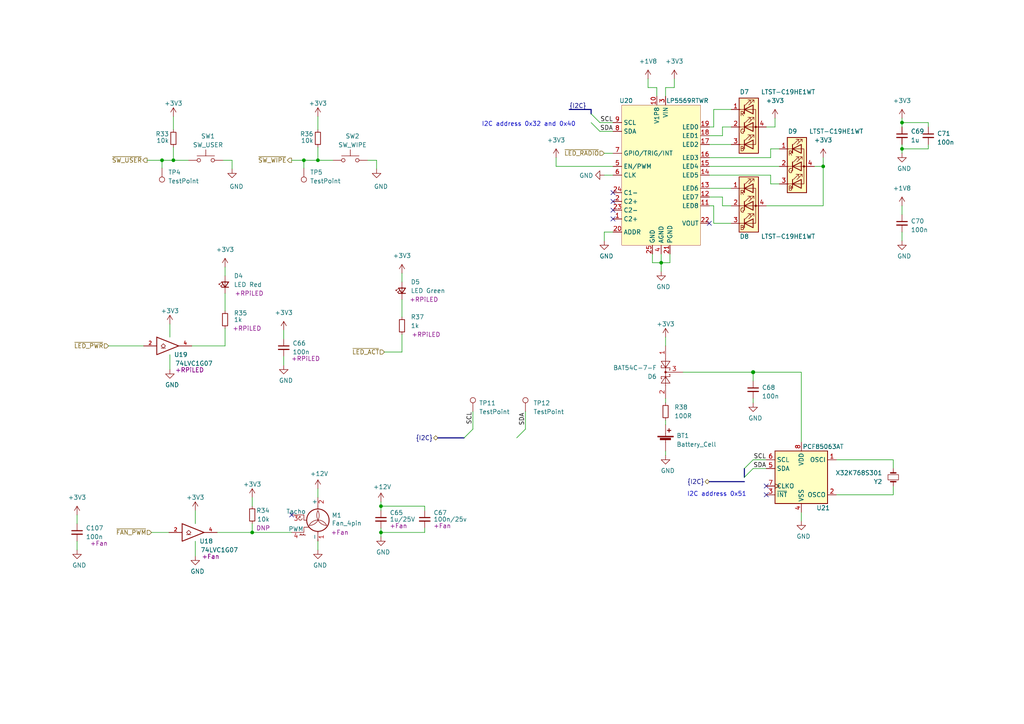
<source format=kicad_sch>
(kicad_sch (version 20210406) (generator eeschema)
  (paper "A4")
  (title_block (title "Control/RTC") (date "2021-01-12") (rev "0.1") (company "Nabu Casa") (comment 1 "www.nabucasa.com") (comment 2 "Light Blue"))
  (lib_symbols
    (symbol "74xGxx:74LVC1G07" (pin_names (offset 1.016))
      (property "Reference" "U" (at -2.54 3.81 0))
      (property "Value" "74LVC1G07" (at 0 -3.81 0))
      (symbol "74LVC1G07_0_1"
        (polyline (pts (xy -2.54 -0.635) (xy -1.27 -0.635)))
        (polyline (pts (xy -3.81 2.54) (xy -3.81 -2.54) (xy 2.54 0) (xy -3.81 2.54)) (stroke (width 0.254)))
        (polyline (pts (xy -1.905 0.635) (xy -2.54 0) (xy -1.905 -0.635) (xy -1.27 0) (xy -1.905 0.635)))
      )
      (symbol "74LVC1G07_1_1"
        (pin input line (at -7.62 0 0) (length 3.81) (name "~") (number "2"))
        (pin power_in line (at 0 -2.54 270) (length 0) hide (name "GND") (number "3"))
        (pin open_collector line (at 6.35 0 180) (length 3.81) (name "~") (number "4"))
        (pin power_in line (at 0 2.54 90) (length 0) hide (name "VCC") (number "5"))
      )
    )
    (symbol "Connector:TestPoint" (pin_numbers hide) (pin_names (offset 0.762) hide)
      (property "Reference" "TP" (at 0 6.858 0))
      (property "Value" "TestPoint" (at 0 5.08 0))
      (symbol "TestPoint_0_1"
        (circle (center 0 3.302) (radius 0.762))
      )
      (symbol "TestPoint_1_1"
        (pin passive line (at 0 0 90) (length 2.54) (name "1") (number "1"))
      )
    )
    (symbol "Device:Battery_Cell" (pin_numbers hide) (pin_names (offset 0) hide)
      (property "Reference" "BT" (at 2.54 2.54 0))
      (property "Value" "Battery_Cell" (at 2.54 0 0))
      (symbol "Battery_Cell_0_1"
        (rectangle (start -2.286 1.778) (end 2.286 1.524) (fill (type outline)))
        (rectangle (start -1.5748 1.1938) (end 1.4732 0.6858) (fill (type outline)))
        (polyline (pts (xy 0 0.762) (xy 0 0)))
        (polyline (pts (xy 0 1.778) (xy 0 2.54)))
        (polyline (pts (xy 0.508 3.429) (xy 1.524 3.429)) (stroke (width 0.254)))
        (polyline (pts (xy 1.016 3.937) (xy 1.016 2.921)) (stroke (width 0.254)))
      )
      (symbol "Battery_Cell_1_1"
        (pin passive line (at 0 5.08 270) (length 2.54) (name "+") (number "1"))
        (pin passive line (at 0 -2.54 90) (length 2.54) (name "-") (number "2"))
      )
    )
    (symbol "Device:C_Small" (pin_numbers hide) (pin_names (offset 0.254) hide)
      (property "Reference" "C" (at 0.254 1.778 0))
      (property "Value" "C_Small" (at 0.254 -2.032 0))
      (symbol "C_Small_0_1"
        (polyline (pts (xy -1.524 -0.508) (xy 1.524 -0.508)) (stroke (width 0.3302)))
        (polyline (pts (xy -1.524 0.508) (xy 1.524 0.508)) (stroke (width 0.3048)))
      )
      (symbol "C_Small_1_1"
        (pin passive line (at 0 2.54 270) (length 2.032) (name "~") (number "1"))
        (pin passive line (at 0 -2.54 90) (length 2.032) (name "~") (number "2"))
      )
    )
    (symbol "Device:Crystal_Small" (pin_numbers hide) (pin_names (offset 1.016) hide)
      (property "Reference" "Y" (at 0 2.54 0))
      (property "Value" "Crystal_Small" (at 0 -2.54 0))
      (symbol "Crystal_Small_0_1"
        (rectangle (start -0.762 -1.524) (end 0.762 1.524))
        (polyline (pts (xy -1.27 -0.762) (xy -1.27 0.762)) (stroke (width 0.381)))
        (polyline (pts (xy 1.27 -0.762) (xy 1.27 0.762)) (stroke (width 0.381)))
      )
      (symbol "Crystal_Small_1_1"
        (pin passive line (at -2.54 0 0) (length 1.27) (name "1") (number "1"))
        (pin passive line (at 2.54 0 180) (length 1.27) (name "2") (number "2"))
      )
    )
    (symbol "Device:LED_RGBA" (pin_names (offset 0) hide)
      (property "Reference" "D" (at 0 9.398 0))
      (property "Value" "LED_RGBA" (at 0 -8.89 0))
      (symbol "LED_RGBA_0_0"
        (text "B" (at -1.905 -6.35 0) (effects (font (size 1.27 1.27))))
        (text "G" (at -1.905 -1.27 0) (effects (font (size 1.27 1.27))))
        (text "R" (at -1.905 3.81 0) (effects (font (size 1.27 1.27))))
      )
      (symbol "LED_RGBA_0_1"
        (circle (center 2.032 0) (radius 0.254) (fill (type outline)))
        (rectangle (start 1.27 -1.27) (end 1.27 1.27))
        (rectangle (start 1.27 1.27) (end 1.27 1.27))
        (rectangle (start 1.27 3.81) (end 1.27 6.35))
        (rectangle (start 1.27 6.35) (end 1.27 6.35))
        (rectangle (start 2.794 8.382) (end -2.794 -7.62) (stroke (width 0.254)) (fill (type background)))
        (polyline (pts (xy -1.27 -5.08) (xy -2.54 -5.08)))
        (polyline (pts (xy -1.27 -5.08) (xy 1.27 -5.08)))
        (polyline (pts (xy -1.27 -3.81) (xy -1.27 -6.35)) (stroke (width 0.254)))
        (polyline (pts (xy -1.27 0) (xy -2.54 0)))
        (polyline (pts (xy -1.27 1.27) (xy -1.27 -1.27)) (stroke (width 0.254)))
        (polyline (pts (xy -1.27 5.08) (xy -2.54 5.08)))
        (polyline (pts (xy -1.27 5.08) (xy 1.27 5.08)))
        (polyline (pts (xy -1.27 6.35) (xy -1.27 3.81)) (stroke (width 0.254)))
        (polyline (pts (xy 1.27 0) (xy -1.27 0)))
        (polyline (pts (xy 1.27 0) (xy 2.54 0)))
        (polyline (pts (xy -1.27 1.27) (xy -1.27 -1.27) (xy -1.27 -1.27)))
        (polyline (pts (xy -1.27 6.35) (xy -1.27 3.81) (xy -1.27 3.81)))
        (polyline (pts (xy 1.27 -5.08) (xy 2.032 -5.08) (xy 2.032 5.08) (xy 1.27 5.08)))
        (polyline (pts (xy 1.27 -3.81) (xy 1.27 -6.35) (xy -1.27 -5.08) (xy 1.27 -3.81)) (stroke (width 0.254)))
        (polyline (pts (xy 1.27 1.27) (xy 1.27 -1.27) (xy -1.27 0) (xy 1.27 1.27)) (stroke (width 0.254)))
        (polyline (pts (xy 1.27 6.35) (xy 1.27 3.81) (xy -1.27 5.08) (xy 1.27 6.35)) (stroke (width 0.254)))
        (polyline (pts (xy -1.016 -3.81) (xy 0.508 -2.286) (xy -0.254 -2.286) (xy 0.508 -2.286) (xy 0.508 -3.048)))
        (polyline (pts (xy -1.016 1.27) (xy 0.508 2.794) (xy -0.254 2.794) (xy 0.508 2.794) (xy 0.508 2.032)))
        (polyline (pts (xy -1.016 6.35) (xy 0.508 7.874) (xy -0.254 7.874) (xy 0.508 7.874) (xy 0.508 7.112)))
        (polyline (pts (xy 0 -3.81) (xy 1.524 -2.286) (xy 0.762 -2.286) (xy 1.524 -2.286) (xy 1.524 -3.048)))
        (polyline (pts (xy 0 1.27) (xy 1.524 2.794) (xy 0.762 2.794) (xy 1.524 2.794) (xy 1.524 2.032)))
        (polyline (pts (xy 0 6.35) (xy 1.524 7.874) (xy 0.762 7.874) (xy 1.524 7.874) (xy 1.524 7.112)))
      )
      (symbol "LED_RGBA_1_1"
        (pin passive line (at -5.08 5.08 0) (length 2.54) (name "RK") (number "1"))
        (pin passive line (at -5.08 0 0) (length 2.54) (name "GK") (number "2"))
        (pin passive line (at -5.08 -5.08 0) (length 2.54) (name "BK") (number "3"))
        (pin passive line (at 5.08 0 180) (length 2.54) (name "A") (number "4"))
      )
    )
    (symbol "Device:LED_Small" (pin_numbers hide) (pin_names (offset 0.254) hide)
      (property "Reference" "D" (at -1.27 3.175 0))
      (property "Value" "LED_Small" (at -4.445 -2.54 0))
      (symbol "LED_Small_0_1"
        (polyline (pts (xy -0.762 -1.016) (xy -0.762 1.016)) (stroke (width 0.254)))
        (polyline (pts (xy 1.016 0) (xy -0.762 0)))
        (polyline (pts (xy 0.762 -1.016) (xy -0.762 0) (xy 0.762 1.016) (xy 0.762 -1.016)) (stroke (width 0.254)))
        (polyline (pts (xy 0 0.762) (xy -0.508 1.27) (xy -0.254 1.27) (xy -0.508 1.27) (xy -0.508 1.016)))
        (polyline (pts (xy 0.508 1.27) (xy 0 1.778) (xy 0.254 1.778) (xy 0 1.778) (xy 0 1.524)))
      )
      (symbol "LED_Small_1_1"
        (pin passive line (at -2.54 0 0) (length 1.778) (name "K") (number "1"))
        (pin passive line (at 2.54 0 180) (length 1.778) (name "A") (number "2"))
      )
    )
    (symbol "Device:R_Small" (pin_numbers hide) (pin_names (offset 0.254) hide)
      (property "Reference" "R" (at 0.762 0.508 0))
      (property "Value" "R_Small" (at 0.762 -1.016 0))
      (symbol "R_Small_0_1"
        (rectangle (start -0.762 1.778) (end 0.762 -1.778) (stroke (width 0.2032)))
      )
      (symbol "R_Small_1_1"
        (pin passive line (at 0 2.54 270) (length 0.762) (name "~") (number "1"))
        (pin passive line (at 0 -2.54 90) (length 0.762) (name "~") (number "2"))
      )
    )
    (symbol "Diode:BAT54C" (pin_names (offset 1.016))
      (property "Reference" "D" (at 0.635 -3.81 0))
      (property "Value" "BAT54C" (at -6.35 3.175 0))
      (symbol "BAT54C_0_1"
        (circle (center 0 0) (radius 0.254) (fill (type outline)))
        (polyline (pts (xy -1.905 0) (xy 1.905 0)))
        (polyline (pts (xy -1.905 1.27) (xy -1.905 1.016)))
        (polyline (pts (xy -1.27 -1.27) (xy -0.635 -1.27)))
        (polyline (pts (xy -1.27 0) (xy -3.81 0)))
        (polyline (pts (xy -1.27 1.27) (xy -1.905 1.27)))
        (polyline (pts (xy -1.27 1.27) (xy -1.27 -1.27)))
        (polyline (pts (xy -0.635 -1.27) (xy -0.635 -1.016)))
        (polyline (pts (xy 0.635 -1.27) (xy 0.635 -1.016)))
        (polyline (pts (xy 1.27 -1.27) (xy 0.635 -1.27)))
        (polyline (pts (xy 1.27 1.27) (xy 1.27 -1.27)))
        (polyline (pts (xy 1.27 1.27) (xy 1.905 1.27)))
        (polyline (pts (xy 1.905 1.27) (xy 1.905 1.016)))
        (polyline (pts (xy 3.81 0) (xy 1.27 0)))
        (polyline (pts (xy -3.175 -1.27) (xy -3.175 1.27) (xy -1.27 0) (xy -3.175 -1.27)))
        (polyline (pts (xy 3.175 -1.27) (xy 3.175 1.27) (xy 1.27 0) (xy 3.175 -1.27)))
      )
      (symbol "BAT54C_1_1"
        (pin passive line (at -7.62 0 0) (length 3.81) (name "~") (number "1"))
        (pin passive line (at 7.62 0 180) (length 3.81) (name "~") (number "2"))
        (pin passive line (at 0 -5.08 90) (length 5.08) (name "~") (number "3"))
      )
    )
    (symbol "LightBlue:LP5569"
      (property "Reference" "U" (at -10.16 21.59 0))
      (property "Value" "LP5569" (at 7.62 21.59 0))
      (symbol "LP5569_0_1"
        (rectangle (start -11.43 20.32) (end 11.43 -20.32) (stroke (width 0.0006)) (fill (type background)))
      )
      (symbol "LP5569_1_1"
        (pin input line (at -13.97 -12.7 0) (length 2.54) (name "C2+") (number "1"))
        (pin input line (at -1.27 22.86 270) (length 2.54) (name "V1P8") (number "10"))
        (pin output line (at 13.97 -8.89 180) (length 2.54) (name "LED8") (number "11"))
        (pin output line (at 13.97 -6.35 180) (length 2.54) (name "LED7") (number "12"))
        (pin output line (at 13.97 -3.81 180) (length 2.54) (name "LED6") (number "13"))
        (pin output line (at 13.97 0 180) (length 2.54) (name "LED5") (number "14"))
        (pin output line (at 13.97 2.54 180) (length 2.54) (name "LED4") (number "15"))
        (pin output line (at 13.97 5.08 180) (length 2.54) (name "LED3") (number "16"))
        (pin output line (at 13.97 8.89 180) (length 2.54) (name "LED2") (number "17"))
        (pin output line (at 13.97 11.43 180) (length 2.54) (name "LED1") (number "18"))
        (pin output line (at 13.97 13.97 180) (length 2.54) (name "LED0") (number "19"))
        (pin input line (at -13.97 -7.62 0) (length 2.54) (name "C2+") (number "2"))
        (pin input line (at -13.97 -16.51 0) (length 2.54) (name "ADDR") (number "20"))
        (pin input line (at 2.54 -22.86 90) (length 2.54) (name "PGND") (number "21"))
        (pin output line (at 13.97 -13.97 180) (length 2.54) (name "VOUT") (number "22"))
        (pin input line (at -13.97 -10.16 0) (length 2.54) (name "C2-") (number "23"))
        (pin input line (at -13.97 -5.08 0) (length 2.54) (name "C1-") (number "24"))
        (pin input line (at -2.54 -22.86 90) (length 2.54) (name "GND") (number "25"))
        (pin input line (at 1.27 22.86 270) (length 2.54) (name "VIN") (number "3"))
        (pin input line (at 0 -22.86 90) (length 2.54) (name "AGND") (number "4"))
        (pin input line (at -13.97 2.54 0) (length 2.54) (name "EN/PWM") (number "5"))
        (pin input line (at -13.97 0 0) (length 2.54) (name "CLK") (number "6"))
        (pin input line (at -13.97 6.35 0) (length 2.54) (name "GPIO/TRIG/INT") (number "7"))
        (pin bidirectional line (at -13.97 12.7 0) (length 2.54) (name "SDA") (number "8"))
        (pin input line (at -13.97 15.24 0) (length 2.54) (name "SCL") (number "9"))
      )
    )
    (symbol "Motor:Fan_4pin" (pin_names (offset 0))
      (property "Reference" "M" (at 2.54 5.08 0))
      (property "Value" "Fan_4pin" (at 2.54 -2.54 0))
      (symbol "Fan_4pin_0_0"
        (arc (start -5.588 1.524) (end -5.08 2.032) (radius (at -5.08 1.524) (length 0.508) (angles 180 90)))
        (arc (start -5.588 1.524) (end -4.572 1.524) (radius (at -5.08 1.524) (length 0.508) (angles -179.9 -0.1)))
        (polyline (pts (xy -5.08 2.032) (xy -5.334 2.159)))
        (polyline (pts (xy -5.08 2.032) (xy -5.207 1.778)))
        (polyline (pts (xy -4.064 2.54) (xy -4.064 1.016) (xy -3.302 1.016)))
      )
      (symbol "Fan_4pin_0_1"
        (arc (start 0 3.81) (end -2.54 -0.508) (radius (at -2.4892 2.3876) (length 2.8702) (angles 29.7 -91)))
        (arc (start -2.54 -0.508) (end 2.54 -0.508) (radius (at 0 -1.778) (length 2.8448) (angles 153.4 26.6)))
        (arc (start 2.54 -0.508) (end 0 3.81) (radius (at 2.6162 2.413) (length 2.921) (angles -91.5 151.9)))
        (circle (center 0 1.016) (radius 3.2512) (stroke (width 0.254)))
        (polyline (pts (xy -4.064 2.54) (xy -5.08 2.54)))
        (polyline (pts (xy 0 -5.08) (xy 0 -4.572)))
        (polyline (pts (xy 0 -2.2352) (xy 0 -2.6416)))
        (polyline (pts (xy 0 4.2672) (xy 0 4.6228)))
        (polyline (pts (xy 0 4.572) (xy 0 5.08)))
        (polyline (pts (xy -2.54 -1.016) (xy -4.064 -1.016) (xy -4.064 -2.54) (xy -5.08 -2.54)))
        (polyline (pts (xy -5.334 -3.302) (xy -5.08 -3.302) (xy -5.08 -3.048) (xy -4.826 -3.048) (xy -4.826 -3.302) (xy -4.318 -3.302) (xy -4.318 -3.048) (xy -4.064 -3.048) (xy -4.064 -3.302) (xy -3.556 -3.302)))
      )
      (symbol "Fan_4pin_1_1"
        (pin passive line (at 0 -5.08 90) (length 2.54) (name "-") (number "1"))
        (pin passive line (at 0 7.62 270) (length 2.54) (name "+") (number "2"))
        (pin passive line (at -7.62 2.54 0) (length 2.54) (name "Tacho") (number "3"))
        (pin input line (at -7.62 -2.54 0) (length 2.54) (name "PWM") (number "4"))
      )
    )
    (symbol "Switch:SW_Push" (pin_numbers hide) (pin_names (offset 1.016) hide)
      (property "Reference" "SW" (at 1.27 2.54 0))
      (property "Value" "SW_Push" (at 0 -1.524 0))
      (symbol "SW_Push_0_1"
        (circle (center -2.032 0) (radius 0.508))
        (circle (center 2.032 0) (radius 0.508))
        (polyline (pts (xy 0 1.27) (xy 0 3.048)))
        (polyline (pts (xy 2.54 1.27) (xy -2.54 1.27)))
        (pin passive line (at -5.08 0 0) (length 2.54) (name "1") (number "1"))
        (pin passive line (at 5.08 0 180) (length 2.54) (name "2") (number "2"))
      )
    )
    (symbol "Timer_RTC:PCF8563T"
      (property "Reference" "U" (at -7.62 8.89 0))
      (property "Value" "PCF8563T" (at 2.54 8.89 0))
      (symbol "PCF8563T_0_1"
        (rectangle (start -7.62 7.62) (end 7.62 -7.62) (stroke (width 0.254)) (fill (type background)))
      )
      (symbol "PCF8563T_1_1"
        (pin input line (at -10.16 5.08 0) (length 2.54) (name "OSCI") (number "1"))
        (pin output line (at -10.16 -5.08 0) (length 2.54) (name "OSCO") (number "2"))
        (pin output line (at 10.16 -5.08 180) (length 2.54) (name "~INT~") (number "3"))
        (pin power_in line (at 0 -10.16 90) (length 2.54) (name "VSS") (number "4"))
        (pin bidirectional line (at 10.16 2.54 180) (length 2.54) (name "SDA") (number "5"))
        (pin input line (at 10.16 5.08 180) (length 2.54) (name "SCL") (number "6"))
        (pin output clock (at 10.16 -2.54 180) (length 2.54) (name "CLKO") (number "7"))
        (pin power_in line (at 0 10.16 270) (length 2.54) (name "VDD") (number "8"))
      )
    )
    (symbol "power:+12V" (power) (pin_names (offset 0))
      (property "Value" "+12V" (at 0 3.556 0))
      (symbol "+12V_0_1"
        (polyline (pts (xy -0.762 1.27) (xy 0 2.54)))
        (polyline (pts (xy 0 0) (xy 0 2.54)))
        (polyline (pts (xy 0 2.54) (xy 0.762 1.27)))
      )
      (symbol "+12V_1_1"
        (pin power_in line (at 0 0 90) (length 0) hide (name "+12V") (number "1"))
      )
    )
    (symbol "power:+1V8" (power) (pin_names (offset 0))
      (property "Value" "+1V8" (at 0 3.556 0))
      (symbol "+1V8_0_1"
        (polyline (pts (xy -0.762 1.27) (xy 0 2.54)))
        (polyline (pts (xy 0 0) (xy 0 2.54)))
        (polyline (pts (xy 0 2.54) (xy 0.762 1.27)))
      )
      (symbol "+1V8_1_1"
        (pin power_in line (at 0 0 90) (length 0) hide (name "+1V8") (number "1"))
      )
    )
    (symbol "power:+3V3" (power) (pin_names (offset 0))
      (property "Value" "+3V3" (at 0 3.556 0))
      (symbol "+3V3_0_1"
        (polyline (pts (xy -0.762 1.27) (xy 0 2.54)))
        (polyline (pts (xy 0 0) (xy 0 2.54)))
        (polyline (pts (xy 0 2.54) (xy 0.762 1.27)))
      )
      (symbol "+3V3_1_1"
        (pin power_in line (at 0 0 90) (length 0) hide (name "+3V3") (number "1"))
      )
    )
    (symbol "power:GND" (power) (pin_names (offset 0))
      (property "Value" "GND" (at 0 -3.81 0))
      (symbol "GND_0_1"
        (polyline (pts (xy 0 0) (xy 0 -1.27) (xy 1.27 -1.27) (xy 0 -2.54) (xy -1.27 -1.27) (xy 0 -1.27)))
      )
      (symbol "GND_1_1"
        (pin power_in line (at 0 0 270) (length 0) hide (name "GND") (number "1"))
      )
    )
  )
  (junction (at 46.99 46.482) (diameter 0.9144))
  (junction (at 50.292 46.482) (diameter 0.9144))
  (junction (at 73.152 154.432) (diameter 0.9144))
  (junction (at 88.138 46.482) (diameter 0.9144))
  (junction (at 92.202 46.482) (diameter 0.9144))
  (junction (at 110.49 146.812) (diameter 0.9144))
  (junction (at 110.49 154.432) (diameter 0.9144))
  (junction (at 191.77 76.2) (diameter 0.9144))
  (junction (at 218.44 107.95) (diameter 1.016))
  (junction (at 238.76 48.26) (diameter 0.9144))
  (junction (at 261.62 35.56) (diameter 0.9144))
  (junction (at 261.62 43.18) (diameter 0.9144))
  (no_connect (at 84.582 149.352))
  (no_connect (at 177.8 55.88))
  (no_connect (at 177.8 58.42))
  (no_connect (at 177.8 60.96))
  (no_connect (at 177.8 63.5))
  (no_connect (at 205.74 64.77))
  (no_connect (at 222.25 140.97))
  (no_connect (at 222.25 143.51))
  (bus_entry (at 134.62 127) (size 2.54 -2.54) (stroke (width 0.1524)))
  (bus_entry (at 149.86 127) (size 2.54 -2.54) (stroke (width 0.1524)))
  (bus_entry (at 171.45 33.02) (size 2.54 2.54) (stroke (width 0.1524)))
  (bus_entry (at 171.45 35.56) (size 2.54 2.54) (stroke (width 0.1524)))
  (bus_entry (at 215.9 135.89) (size 2.54 -2.54) (stroke (width 0.1524)))
  (bus_entry (at 215.9 138.43) (size 2.54 -2.54) (stroke (width 0.1524)))
  (wire (pts (xy 22.352 149.352) (xy 22.352 151.892)))
  (wire (pts (xy 22.352 156.972) (xy 22.352 159.512)))
  (wire (pts (xy 31.496 100.33) (xy 41.656 100.33)))
  (wire (pts (xy 42.672 46.482) (xy 46.99 46.482)))
  (wire (pts (xy 43.942 154.432) (xy 49.022 154.432)))
  (wire (pts (xy 46.99 46.482) (xy 46.99 48.768)))
  (wire (pts (xy 46.99 46.482) (xy 50.292 46.482)))
  (wire (pts (xy 49.276 93.98) (xy 49.276 97.79)))
  (wire (pts (xy 49.276 102.87) (xy 49.276 107.188)))
  (wire (pts (xy 50.292 37.592) (xy 50.292 33.782)))
  (wire (pts (xy 50.292 42.672) (xy 50.292 46.482)))
  (wire (pts (xy 50.292 46.482) (xy 54.61 46.482)))
  (wire (pts (xy 55.626 100.33) (xy 65.278 100.33)))
  (wire (pts (xy 56.642 148.082) (xy 56.642 151.892)))
  (wire (pts (xy 56.642 156.972) (xy 56.642 161.29)))
  (wire (pts (xy 62.992 154.432) (xy 73.152 154.432)))
  (wire (pts (xy 64.77 46.482) (xy 67.31 46.482)))
  (wire (pts (xy 65.278 77.47) (xy 65.278 80.01)))
  (wire (pts (xy 65.278 85.09) (xy 65.278 90.17)))
  (wire (pts (xy 65.278 100.33) (xy 65.278 95.25)))
  (wire (pts (xy 67.31 46.482) (xy 67.31 49.022)))
  (wire (pts (xy 73.152 146.812) (xy 73.152 144.272)))
  (wire (pts (xy 73.152 151.892) (xy 73.152 154.432)))
  (wire (pts (xy 73.152 154.432) (xy 84.582 154.432)))
  (wire (pts (xy 82.296 95.758) (xy 82.296 98.298)))
  (wire (pts (xy 82.296 103.378) (xy 82.296 105.918)))
  (wire (pts (xy 84.582 46.482) (xy 88.138 46.482)))
  (wire (pts (xy 88.138 46.482) (xy 88.138 48.768)))
  (wire (pts (xy 88.138 46.482) (xy 92.202 46.482)))
  (wire (pts (xy 92.202 37.592) (xy 92.202 33.782)))
  (wire (pts (xy 92.202 42.672) (xy 92.202 46.482)))
  (wire (pts (xy 92.202 46.482) (xy 96.52 46.482)))
  (wire (pts (xy 92.202 141.732) (xy 92.202 144.272)))
  (wire (pts (xy 92.202 156.972) (xy 92.202 159.512)))
  (wire (pts (xy 106.68 46.482) (xy 109.22 46.482)))
  (wire (pts (xy 109.22 46.482) (xy 109.22 49.022)))
  (wire (pts (xy 110.49 145.542) (xy 110.49 146.812)))
  (wire (pts (xy 110.49 146.812) (xy 110.49 148.082)))
  (wire (pts (xy 110.49 146.812) (xy 123.19 146.812)))
  (wire (pts (xy 110.49 153.162) (xy 110.49 154.432)))
  (wire (pts (xy 110.49 154.432) (xy 110.49 155.702)))
  (wire (pts (xy 110.49 154.432) (xy 123.19 154.432)))
  (wire (pts (xy 111.506 102.108) (xy 116.586 102.108)))
  (wire (pts (xy 116.586 79.248) (xy 116.586 81.788)))
  (wire (pts (xy 116.586 86.868) (xy 116.586 91.948)))
  (wire (pts (xy 116.586 97.028) (xy 116.586 102.108)))
  (wire (pts (xy 123.19 148.082) (xy 123.19 146.812)))
  (wire (pts (xy 123.19 153.162) (xy 123.19 154.432)))
  (wire (pts (xy 137.16 119.38) (xy 137.16 124.46)))
  (wire (pts (xy 152.4 119.38) (xy 152.4 124.46)))
  (wire (pts (xy 161.29 45.72) (xy 161.29 48.26)))
  (wire (pts (xy 161.29 48.26) (xy 177.8 48.26)))
  (wire (pts (xy 175.26 44.45) (xy 177.8 44.45)))
  (wire (pts (xy 175.26 50.8) (xy 177.8 50.8)))
  (wire (pts (xy 175.26 67.31) (xy 177.8 67.31)))
  (wire (pts (xy 175.26 69.85) (xy 175.26 67.31)))
  (wire (pts (xy 177.8 35.56) (xy 173.99 35.56)))
  (wire (pts (xy 177.8 38.1) (xy 173.99 38.1)))
  (wire (pts (xy 187.96 22.86) (xy 187.96 25.4)))
  (wire (pts (xy 187.96 25.4) (xy 190.5 25.4)))
  (wire (pts (xy 189.23 73.66) (xy 189.23 76.2)))
  (wire (pts (xy 189.23 76.2) (xy 191.77 76.2)))
  (wire (pts (xy 190.5 25.4) (xy 190.5 27.94)))
  (wire (pts (xy 191.77 73.66) (xy 191.77 76.2)))
  (wire (pts (xy 191.77 76.2) (xy 191.77 78.74)))
  (wire (pts (xy 191.77 76.2) (xy 194.31 76.2)))
  (wire (pts (xy 193.04 25.4) (xy 193.04 27.94)))
  (wire (pts (xy 193.04 97.79) (xy 193.04 100.33)))
  (wire (pts (xy 193.04 115.57) (xy 193.04 116.84)))
  (wire (pts (xy 193.04 121.92) (xy 193.04 123.19)))
  (wire (pts (xy 193.04 130.81) (xy 193.04 132.08)))
  (wire (pts (xy 194.31 76.2) (xy 194.31 73.66)))
  (wire (pts (xy 195.58 22.86) (xy 195.58 25.4)))
  (wire (pts (xy 195.58 25.4) (xy 193.04 25.4)))
  (wire (pts (xy 198.12 107.95) (xy 218.44 107.95)))
  (wire (pts (xy 205.74 36.83) (xy 207.01 36.83)))
  (wire (pts (xy 205.74 39.37) (xy 209.55 39.37)))
  (wire (pts (xy 205.74 41.91) (xy 212.09 41.91)))
  (wire (pts (xy 205.74 45.72) (xy 223.52 45.72)))
  (wire (pts (xy 205.74 48.26) (xy 226.06 48.26)))
  (wire (pts (xy 205.74 50.8) (xy 223.52 50.8)))
  (wire (pts (xy 205.74 54.61) (xy 212.09 54.61)))
  (wire (pts (xy 205.74 57.15) (xy 209.55 57.15)))
  (wire (pts (xy 205.74 59.69) (xy 207.01 59.69)))
  (wire (pts (xy 207.01 31.75) (xy 212.09 31.75)))
  (wire (pts (xy 207.01 36.83) (xy 207.01 31.75)))
  (wire (pts (xy 207.01 59.69) (xy 207.01 64.77)))
  (wire (pts (xy 207.01 64.77) (xy 212.09 64.77)))
  (wire (pts (xy 209.55 36.83) (xy 212.09 36.83)))
  (wire (pts (xy 209.55 39.37) (xy 209.55 36.83)))
  (wire (pts (xy 209.55 57.15) (xy 209.55 59.69)))
  (wire (pts (xy 209.55 59.69) (xy 212.09 59.69)))
  (wire (pts (xy 218.44 107.95) (xy 218.44 110.49)))
  (wire (pts (xy 218.44 107.95) (xy 232.41 107.95)))
  (wire (pts (xy 218.44 115.57) (xy 218.44 116.84)))
  (wire (pts (xy 222.25 36.83) (xy 224.79 36.83)))
  (wire (pts (xy 222.25 59.69) (xy 238.76 59.69)))
  (wire (pts (xy 222.25 133.35) (xy 218.44 133.35)))
  (wire (pts (xy 222.25 135.89) (xy 218.44 135.89)))
  (wire (pts (xy 223.52 43.18) (xy 226.06 43.18)))
  (wire (pts (xy 223.52 45.72) (xy 223.52 43.18)))
  (wire (pts (xy 223.52 50.8) (xy 223.52 53.34)))
  (wire (pts (xy 223.52 53.34) (xy 226.06 53.34)))
  (wire (pts (xy 224.79 34.29) (xy 224.79 36.83)))
  (wire (pts (xy 232.41 107.95) (xy 232.41 128.27)))
  (wire (pts (xy 232.41 148.59) (xy 232.41 151.13)))
  (wire (pts (xy 236.22 48.26) (xy 238.76 48.26)))
  (wire (pts (xy 238.76 48.26) (xy 238.76 45.72)))
  (wire (pts (xy 238.76 59.69) (xy 238.76 48.26)))
  (wire (pts (xy 242.57 133.35) (xy 259.08 133.35)))
  (wire (pts (xy 242.57 143.51) (xy 259.08 143.51)))
  (wire (pts (xy 259.08 135.89) (xy 259.08 133.35)))
  (wire (pts (xy 259.08 140.97) (xy 259.08 143.51)))
  (wire (pts (xy 261.62 34.29) (xy 261.62 35.56)))
  (wire (pts (xy 261.62 35.56) (xy 261.62 36.83)))
  (wire (pts (xy 261.62 41.91) (xy 261.62 43.18)))
  (wire (pts (xy 261.62 43.18) (xy 261.62 44.45)))
  (wire (pts (xy 261.62 43.18) (xy 269.24 43.18)))
  (wire (pts (xy 261.62 59.69) (xy 261.62 62.23)))
  (wire (pts (xy 261.62 67.31) (xy 261.62 69.85)))
  (wire (pts (xy 269.24 35.56) (xy 261.62 35.56)))
  (wire (pts (xy 269.24 36.83) (xy 269.24 35.56)))
  (wire (pts (xy 269.24 41.91) (xy 269.24 43.18)))
  (bus (pts (xy 127 127) (xy 149.86 127)))
  (bus (pts (xy 165.1 31.75) (xy 171.45 31.75)))
  (bus (pts (xy 171.45 31.75) (xy 171.45 35.56)))
  (bus (pts (xy 215.9 135.89) (xy 215.9 139.7)))
  (bus (pts (xy 215.9 139.7) (xy 205.74 139.7)))
  (text "I2C address 0x32 and 0x40" (at 139.7 36.83 0) (effects (font (size 1.27 1.27)) (justify left bottom)))
  (text "I2C address 0x51" (at 216.535 144.145 180) (effects (font (size 1.27 1.27)) (justify right bottom)))
  (label "SCL" (at 137.16 119.38 270))
  (label "SDA" (at 152.4 119.634 270))
  (label "{I2C}" (at 165.1 31.75 0))
  (label "SCL" (at 177.8 35.56 180))
  (label "SDA" (at 177.8 38.1 180))
  (label "SCL" (at 222.25 133.35 180))
  (label "SDA" (at 222.25 135.89 180))
  (hierarchical_label "~LED_PWR" (shape input) (at 31.496 100.33 180))
  (hierarchical_label "~SW_USER" (shape output) (at 42.672 46.482 180))
  (hierarchical_label "~FAN_PWM" (shape input) (at 43.942 154.432 180))
  (hierarchical_label "~SW_WIPE" (shape output) (at 84.582 46.482 180))
  (hierarchical_label "~LED_ACT" (shape input) (at 111.506 102.108 180))
  (hierarchical_label "{I2C}" (shape bidirectional) (at 127 127 180))
  (hierarchical_label "~LED_RADIO" (shape input) (at 175.26 44.45 180))
  (hierarchical_label "{I2C}" (shape bidirectional) (at 205.74 139.7 180))
  (symbol (lib_id "power:+3V3") (at 22.352 149.352 0) (unit 1)
    (property "Reference" "#PWR027" (effects hide))
    (property "Value" "+3V3" (at 22.352 144.272 0))
  )
  (symbol (lib_id "power:+3V3") (at 49.276 93.98 0) (unit 1)
    (property "Reference" "#PWR0117" (effects hide))
    (property "Value" "+3V3" (at 49.276 90.17 0))
  )
  (symbol (lib_id "power:+3V3") (at 50.292 33.782 0) (unit 1)
    (property "Reference" "#PWR0114" (effects hide))
    (property "Value" "+3V3" (at 50.292 29.972 0))
  )
  (symbol (lib_id "power:+3V3") (at 56.642 148.082 0) (unit 1)
    (property "Reference" "#PWR0115" (effects hide))
    (property "Value" "+3V3" (at 56.642 144.272 0))
  )
  (symbol (lib_id "power:+3V3") (at 65.278 77.47 0) (unit 1)
    (property "Reference" "#PWR0121" (effects hide))
    (property "Value" "+3V3" (at 65.278 72.39 0))
  )
  (symbol (lib_id "power:+3V3") (at 73.152 144.272 0) (unit 1)
    (property "Reference" "#PWR0120" (effects hide))
    (property "Value" "+3V3" (at 73.152 140.462 0))
  )
  (symbol (lib_id "power:+3V3") (at 82.296 95.758 0) (unit 1)
    (property "Reference" "#PWR0129" (effects hide))
    (property "Value" "+3V3" (at 82.296 90.678 0))
  )
  (symbol (lib_id "power:+3V3") (at 92.202 33.782 0) (unit 1)
    (property "Reference" "#PWR0122" (effects hide))
    (property "Value" "+3V3" (at 92.202 29.972 0))
  )
  (symbol (lib_id "power:+12V") (at 92.202 141.732 0) (unit 1)
    (property "Reference" "#PWR0123" (effects hide))
    (property "Value" "+12V" (at 92.5703 137.4076 0))
  )
  (symbol (lib_id "power:+12V") (at 110.49 145.542 0) (unit 1)
    (property "Reference" "#PWR0126" (effects hide))
    (property "Value" "+12V" (at 110.8583 141.2176 0))
  )
  (symbol (lib_id "power:+3V3") (at 116.586 79.248 0) (unit 1)
    (property "Reference" "#PWR0128" (effects hide))
    (property "Value" "+3V3" (at 116.586 74.168 0))
  )
  (symbol (lib_id "power:+3V3") (at 161.29 45.72 0) (unit 1)
    (property "Reference" "#PWR0131" (effects hide))
    (property "Value" "+3V3" (at 161.29 40.64 0))
  )
  (symbol (lib_id "power:+1V8") (at 187.96 22.86 0) (unit 1)
    (property "Reference" "#PWR0134" (effects hide))
    (property "Value" "+1V8" (at 187.96 17.78 0))
  )
  (symbol (lib_id "power:+3V3") (at 193.04 97.79 0) (unit 1)
    (property "Reference" "#PWR0136" (effects hide))
    (property "Value" "+3V3" (at 193.04 93.98 0))
  )
  (symbol (lib_id "power:+3V3") (at 195.58 22.86 0) (unit 1)
    (property "Reference" "#PWR0138" (effects hide))
    (property "Value" "+3V3" (at 195.58 17.78 0))
  )
  (symbol (lib_id "power:+3V3") (at 224.79 34.29 0) (unit 1)
    (property "Reference" "#PWR0140" (effects hide))
    (property "Value" "+3V3" (at 224.79 29.21 0))
  )
  (symbol (lib_id "power:+3V3") (at 238.76 45.72 0) (unit 1)
    (property "Reference" "#PWR0142" (effects hide))
    (property "Value" "+3V3" (at 238.76 40.64 0))
  )
  (symbol (lib_id "power:+3V3") (at 261.62 34.29 0) (unit 1)
    (property "Reference" "#PWR0143" (effects hide))
    (property "Value" "+3V3" (at 261.62 29.21 0))
  )
  (symbol (lib_id "power:+1V8") (at 261.62 59.69 0) (unit 1)
    (property "Reference" "#PWR0145" (effects hide))
    (property "Value" "+1V8" (at 261.62 54.61 0))
  )
  (symbol (lib_id "Connector:TestPoint") (at 46.99 48.768 180) (unit 1)
    (property "Reference" "TP4" (at 48.768 49.9744 0) (effects (justify right)))
    (property "Value" "TestPoint" (at 48.768 52.5144 0) (effects (justify right)))
    (property "Footprint" "TestPoint:TestPoint_Pad_D1.0mm" (effects hide))
  )
  (symbol (lib_id "Connector:TestPoint") (at 88.138 48.768 180) (unit 1)
    (property "Reference" "TP5" (at 89.916 49.9744 0) (effects (justify right)))
    (property "Value" "TestPoint" (at 89.916 52.5144 0) (effects (justify right)))
    (property "Footprint" "TestPoint:TestPoint_Pad_D1.0mm" (effects hide))
  )
  (symbol (lib_id "Connector:TestPoint") (at 137.16 119.38 0) (unit 1)
    (property "Reference" "TP11" (at 138.938 116.9034 0) (effects (justify left)))
    (property "Value" "TestPoint" (at 138.938 119.4434 0) (effects (justify left)))
    (property "Footprint" "TestPoint:TestPoint_Pad_D1.0mm" (effects hide))
  )
  (symbol (lib_id "Connector:TestPoint") (at 152.4 119.38 0) (unit 1)
    (property "Reference" "TP12" (at 154.686 116.9034 0) (effects (justify left)))
    (property "Value" "TestPoint" (at 154.686 119.4434 0) (effects (justify left)))
    (property "Footprint" "TestPoint:TestPoint_Pad_D1.0mm" (effects hide))
  )
  (symbol (lib_id "power:GND") (at 22.352 159.512 0) (unit 1)
    (property "Reference" "#PWR0196" (effects hide))
    (property "Value" "GND" (at 22.987 163.957 0))
  )
  (symbol (lib_id "power:GND") (at 49.276 107.188 0) (unit 1)
    (property "Reference" "#PWR0118" (effects hide))
    (property "Value" "GND" (at 49.911 111.633 0))
  )
  (symbol (lib_id "power:GND") (at 56.642 161.29 0) (unit 1)
    (property "Reference" "#PWR0116" (effects hide))
    (property "Value" "GND" (at 57.277 165.735 0))
  )
  (symbol (lib_id "power:GND") (at 67.31 49.022 0) (unit 1)
    (property "Reference" "#PWR0119" (effects hide))
    (property "Value" "GND" (at 68.58 54.102 0))
  )
  (symbol (lib_id "power:GND") (at 82.296 105.918 0) (unit 1)
    (property "Reference" "#PWR0130" (effects hide))
    (property "Value" "GND" (at 82.931 110.363 0))
  )
  (symbol (lib_id "power:GND") (at 92.202 159.512 0) (unit 1)
    (property "Reference" "#PWR0124" (effects hide))
    (property "Value" "GND" (at 92.837 163.957 0))
  )
  (symbol (lib_id "power:GND") (at 109.22 49.022 0) (unit 1)
    (property "Reference" "#PWR0125" (effects hide))
    (property "Value" "GND" (at 110.49 54.102 0))
  )
  (symbol (lib_id "power:GND") (at 110.49 155.702 0) (unit 1)
    (property "Reference" "#PWR0127" (effects hide))
    (property "Value" "GND" (at 111.125 160.147 0))
  )
  (symbol (lib_id "power:GND") (at 175.26 50.8 270) (unit 1)
    (property "Reference" "#PWR0132" (effects hide))
    (property "Value" "GND" (at 172.085 50.9143 90) (effects (justify right)))
  )
  (symbol (lib_id "power:GND") (at 175.26 69.85 0) (unit 1)
    (property "Reference" "#PWR0133" (effects hide))
    (property "Value" "GND" (at 175.895 74.295 0))
  )
  (symbol (lib_id "power:GND") (at 191.77 78.74 0) (unit 1)
    (property "Reference" "#PWR0135" (effects hide))
    (property "Value" "GND" (at 192.405 83.185 0))
  )
  (symbol (lib_id "power:GND") (at 193.04 132.08 0) (unit 1)
    (property "Reference" "#PWR0137" (effects hide))
    (property "Value" "GND" (at 193.675 136.525 0))
  )
  (symbol (lib_id "power:GND") (at 218.44 116.84 0) (unit 1)
    (property "Reference" "#PWR0139" (effects hide))
    (property "Value" "GND" (at 219.075 121.285 0))
  )
  (symbol (lib_id "power:GND") (at 232.41 151.13 0) (unit 1)
    (property "Reference" "#PWR0141" (effects hide))
    (property "Value" "GND" (at 233.045 155.575 0))
  )
  (symbol (lib_id "power:GND") (at 261.62 44.45 0) (unit 1)
    (property "Reference" "#PWR0144" (effects hide))
    (property "Value" "GND" (at 262.255 48.895 0))
  )
  (symbol (lib_id "power:GND") (at 261.62 69.85 0) (unit 1)
    (property "Reference" "#PWR0146" (effects hide))
    (property "Value" "GND" (at 262.255 74.295 0))
  )
  (symbol (lib_id "Device:R_Small") (at 50.292 40.132 180) (unit 1)
    (property "Reference" "R33" (at 49.022 38.862 0) (effects (justify left)))
    (property "Value" "10k" (at 49.022 40.767 0) (effects (justify left)))
    (property "Footprint" "Resistor_SMD:R_0402_1005Metric" (effects hide))
  )
  (symbol (lib_id "Device:R_Small") (at 65.278 92.71 0) (unit 1)
    (property "Reference" "R35" (at 67.818 90.805 0) (effects (justify left)))
    (property "Value" "1k" (at 67.818 92.71 0) (effects (justify left)))
    (property "Footprint" "Resistor_SMD:R_0402_1005Metric" (effects hide))
    (property "Config" "+RPiLED" (at 71.628 95.25 0))
  )
  (symbol (lib_id "Device:R_Small") (at 73.152 149.352 180) (unit 1)
    (property "Reference" "R34" (at 78.232 148.082 0) (effects (justify left)))
    (property "Value" "10k" (at 78.232 150.622 0) (effects (justify left)))
    (property "Footprint" "Resistor_SMD:R_0402_1005Metric" (effects hide))
    (property "Config" "DNP" (at 76.327 153.162 0))
  )
  (symbol (lib_id "Device:R_Small") (at 92.202 40.132 180) (unit 1)
    (property "Reference" "R36" (at 90.932 38.862 0) (effects (justify left)))
    (property "Value" "10k" (at 90.932 40.767 0) (effects (justify left)))
    (property "Footprint" "Resistor_SMD:R_0402_1005Metric" (effects hide))
  )
  (symbol (lib_id "Device:R_Small") (at 116.586 94.488 0) (unit 1)
    (property "Reference" "R37" (at 119.126 91.948 0) (effects (justify left)))
    (property "Value" "1k" (at 119.126 94.488 0) (effects (justify left)))
    (property "Footprint" "Resistor_SMD:R_0402_1005Metric" (effects hide))
    (property "Config" "+RPiLED" (at 123.571 97.028 0))
  )
  (symbol (lib_id "Device:R_Small") (at 193.04 119.38 0) (unit 1)
    (property "Reference" "R38" (at 195.58 118.11 0) (effects (justify left)))
    (property "Value" "100R" (at 195.58 120.65 0) (effects (justify left)))
    (property "Footprint" "Resistor_SMD:R_0402_1005Metric" (effects hide))
  )
  (symbol (lib_id "Device:LED_Small") (at 65.278 82.55 90) (unit 1)
    (property "Reference" "D4" (at 67.818 80.01 90) (effects (justify right)))
    (property "Value" "LED Red" (at 67.818 82.55 90) (effects (justify right)))
    (property "Footprint" "LED_SMD:LED_0603_1608Metric" (effects hide))
    (property "Manufacturer" "Lite-On" (effects hide))
    (property "PartNumber" "LTST-C194KRKT" (effects hide))
    (property "Config" "+RPiLED" (at 72.263 85.09 90))
  )
  (symbol (lib_id "Device:LED_Small") (at 116.586 84.328 90) (unit 1)
    (property "Reference" "D5" (at 119.126 81.788 90) (effects (justify right)))
    (property "Value" "LED Green" (at 119.126 84.328 90) (effects (justify right)))
    (property "Footprint" "LED_SMD:LED_0603_1608Metric" (effects hide))
    (property "Manufacturer" "Lite-On" (effects hide))
    (property "PartNumber" "LTST-C194TGKT" (effects hide))
    (property "Config" "+RPiLED" (at 122.936 86.868 90))
  )
  (symbol (lib_id "Device:Crystal_Small") (at 259.08 138.43 270) (unit 1)
    (property "Reference" "Y2" (at 255.905 139.7 90) (effects (justify right)))
    (property "Value" "X32K768S301" (at 255.905 137.16 90) (effects (justify right)))
    (property "Footprint" "Crystal:Crystal_SMD_3215-2Pin_3.2x1.5mm" (effects hide))
    (property "Manufacturer" "Epson" (effects hide))
    (property "PartNumber" "FC-135 32.7680KA-A3" (effects hide))
  )
  (symbol (lib_id "Device:C_Small") (at 22.352 154.432 0) (unit 1)
    (property "Reference" "C107" (at 24.892 153.162 0) (effects (justify left)))
    (property "Value" "100n" (at 24.892 155.702 0) (effects (justify left)))
    (property "Footprint" "Capacitor_SMD:C_0402_1005Metric" (effects hide))
    (property "Config" "+Fan" (at 28.702 157.607 0))
  )
  (symbol (lib_id "Device:C_Small") (at 82.296 100.838 0) (unit 1)
    (property "Reference" "C66" (at 84.836 99.568 0) (effects (justify left)))
    (property "Value" "100n" (at 84.836 102.108 0) (effects (justify left)))
    (property "Footprint" "Capacitor_SMD:C_0402_1005Metric" (effects hide))
    (property "Config" "+RPiLED" (at 88.646 104.013 0))
  )
  (symbol (lib_id "Device:C_Small") (at 110.49 150.622 0) (unit 1)
    (property "Reference" "C65" (at 113.03 148.717 0) (effects (justify left)))
    (property "Value" "1u/25V" (at 113.03 150.622 0) (effects (justify left)))
    (property "Footprint" "Capacitor_SMD:C_0402_1005Metric" (effects hide))
    (property "Config" "+Fan" (at 115.57 152.527 0))
  )
  (symbol (lib_id "Device:C_Small") (at 123.19 150.622 0) (unit 1)
    (property "Reference" "C67" (at 125.73 148.717 0) (effects (justify left)))
    (property "Value" "100n/25v" (at 125.73 150.622 0) (effects (justify left)))
    (property "Footprint" "Capacitor_SMD:C_0402_1005Metric" (effects hide))
    (property "Config" "+Fan" (at 128.27 152.527 0))
  )
  (symbol (lib_id "Device:C_Small") (at 218.44 113.03 0) (unit 1)
    (property "Reference" "C68" (at 220.98 112.395 0) (effects (justify left)))
    (property "Value" "100n" (at 220.98 114.935 0) (effects (justify left)))
    (property "Footprint" "Capacitor_SMD:C_0402_1005Metric" (effects hide))
  )
  (symbol (lib_id "Device:C_Small") (at 261.62 39.37 0) (unit 1)
    (property "Reference" "C69" (at 264.16 38.1 0) (effects (justify left)))
    (property "Value" "1u" (at 264.16 40.64 0) (effects (justify left)))
    (property "Footprint" "Capacitor_SMD:C_0402_1005Metric" (effects hide))
  )
  (symbol (lib_id "Device:C_Small") (at 261.62 64.77 0) (unit 1)
    (property "Reference" "C70" (at 264.16 64.135 0) (effects (justify left)))
    (property "Value" "100n" (at 264.16 66.675 0) (effects (justify left)))
    (property "Footprint" "Capacitor_SMD:C_0402_1005Metric" (effects hide))
  )
  (symbol (lib_id "Device:C_Small") (at 269.24 39.37 0) (unit 1)
    (property "Reference" "C71" (at 271.78 38.735 0) (effects (justify left)))
    (property "Value" "100n" (at 271.78 41.275 0) (effects (justify left)))
    (property "Footprint" "Capacitor_SMD:C_0402_1005Metric" (effects hide))
  )
  (symbol (lib_id "Device:Battery_Cell") (at 193.04 128.27 0) (unit 1)
    (property "Reference" "BT1" (at 196.215 126.365 0) (effects (justify left)))
    (property "Value" "Battery_Cell" (at 196.215 128.905 0) (effects (justify left)))
    (property "Footprint" "Battery:BatteryHolder_Keystone_1060_1x2032" (effects hide))
    (property "Manufacturer" "Keystone" (effects hide))
    (property "PartNumber" "1060" (effects hide))
  )
  (symbol (lib_id "Switch:SW_Push") (at 59.69 46.482 0) (unit 1)
    (property "Reference" "SW1" (at 60.325 39.497 0))
    (property "Value" "SW_USER" (at 60.325 42.037 0))
    (property "Footprint" "Button_Switch_THT:SW_Tactile_SPST_Angled_PTS645Vx83-2LFS" (effects hide))
    (property "Manufacturer" "C&K" (effects hide))
    (property "PartNumber" "PTS645VM83-2 LFS" (effects hide))
  )
  (symbol (lib_id "Switch:SW_Push") (at 101.6 46.482 0) (unit 1)
    (property "Reference" "SW2" (at 102.235 39.497 0))
    (property "Value" "SW_WIPE" (at 102.235 42.037 0))
    (property "Footprint" "Button_Switch_THT:SW_Tactile_SPST_Angled_PTS645Vx58-2LFS" (effects hide))
    (property "Manufacturer" "C&K" (effects hide))
    (property "PartNumber" "PTS645VK58-2 LFS" (effects hide))
  )
  (symbol (lib_id "74xGxx:74LVC1G07") (at 49.276 100.33 0) (unit 1)
    (property "Reference" "U19" (at 52.451 102.87 0))
    (property "Value" "74LVC1G07" (at 56.261 105.41 0))
    (property "Footprint" "Package_TO_SOT_SMD:SOT-353_SC-70-5" (effects hide))
    (property "Datasheet" "http://www.ti.com/lit/sg/scyt129e/scyt129e.pdf" (effects hide))
    (property "Manufacturer" "NXP USA" (effects hide))
    (property "PartNumber" "74LVC1G07GW" (effects hide))
    (property "Config" "+RPiLED" (at 54.991 107.315 0))
  )
  (symbol (lib_id "74xGxx:74LVC1G07") (at 56.642 154.432 0) (unit 1)
    (property "Reference" "U18" (at 59.817 156.972 0))
    (property "Value" "74LVC1G07" (at 63.627 159.512 0))
    (property "Footprint" "Package_TO_SOT_SMD:SOT-353_SC-70-5" (effects hide))
    (property "Datasheet" "http://www.ti.com/lit/sg/scyt129e/scyt129e.pdf" (effects hide))
    (property "Manufacturer" "NXP USA" (effects hide))
    (property "PartNumber" "74LVC1G07GW" (effects hide))
    (property "Config" "+Fan" (at 61.087 161.417 0))
  )
  (symbol (lib_id "Diode:BAT54C") (at 193.04 107.95 90) (mirror x) (unit 1)
    (property "Reference" "D6" (at 190.5 109.22 90) (effects (justify left)))
    (property "Value" "BAT54C-7-F" (at 190.5 106.68 90) (effects (justify left)))
    (property "Footprint" "Package_TO_SOT_SMD:SOT-23" (effects hide))
    (property "Datasheet" "http://www.diodes.com/_files/datasheets/ds11005.pdf" (effects hide))
    (property "Manufacturer" "Diodes Incorporated" (effects hide))
    (property "PartNumber" "BAT54C-7-F" (effects hide))
  )
  (symbol (lib_id "Motor:Fan_4pin") (at 92.202 151.892 0) (unit 1)
    (property "Reference" "M1" (at 96.2153 149.4726 0) (effects (justify left)))
    (property "Value" "Fan_4pin" (at 96.2153 151.7713 0) (effects (justify left)))
    (property "Footprint" "Connector:FanPinHeader_1x04_P2.54mm_Vertical" (effects hide))
    (property "Datasheet" "http://www.formfactors.org/developer%5Cspecs%5Crev1_2_public.pdf" (effects hide))
    (property "Manufacturer" "Molex" (effects hide))
    (property "PartNumber" "47053-1000" (effects hide))
    (property "Config" "+Fan" (at 98.552 154.432 0))
  )
  (symbol (lib_id "Device:LED_RGBA") (at 217.17 36.83 0) (unit 1)
    (property "Reference" "D7" (at 215.9 26.67 0))
    (property "Value" "LTST-C19HE1WT" (at 228.6 26.67 0))
    (property "Footprint" "LED_SMD:LED_LiteOn_LTST-C19HE1WT" (effects hide))
    (property "Datasheet" "https://www.mouser.ch/datasheet/2/678/SMB-KTF0-0A306-DS100_2017-09-15-1279410.pdf" (effects hide))
    (property "Manufacturer" "Lite-On" (effects hide))
    (property "PartNumber" "C19HE1WT" (effects hide))
  )
  (symbol (lib_id "Device:LED_RGBA") (at 217.17 59.69 0) (unit 1)
    (property "Reference" "D8" (at 215.9 68.58 0))
    (property "Value" "LTST-C19HE1WT" (at 228.6 68.58 0))
    (property "Footprint" "LED_SMD:LED_LiteOn_LTST-C19HE1WT" (effects hide))
    (property "Datasheet" "https://www.mouser.ch/datasheet/2/678/SMB-KTF0-0A306-DS100_2017-09-15-1279410.pdf" (effects hide))
    (property "Manufacturer" "Lite-On" (effects hide))
    (property "PartNumber" "C19HE1WT" (effects hide))
  )
  (symbol (lib_id "Device:LED_RGBA") (at 231.14 48.26 0) (unit 1)
    (property "Reference" "D9" (at 229.87 38.1 0))
    (property "Value" "LTST-C19HE1WT" (at 242.57 38.1 0))
    (property "Footprint" "LED_SMD:LED_LiteOn_LTST-C19HE1WT" (effects hide))
    (property "Datasheet" "https://www.mouser.ch/datasheet/2/678/SMB-KTF0-0A306-DS100_2017-09-15-1279410.pdf" (effects hide))
    (property "Manufacturer" "Lite-On" (effects hide))
    (property "PartNumber" "C19HE1WT" (effects hide))
  )
  (symbol (lib_id "Timer_RTC:PCF8563T") (at 232.41 138.43 0) (mirror y) (unit 1)
    (property "Reference" "U21" (at 238.76 147.32 0))
    (property "Value" "PCF85063AT" (at 238.76 129.54 0))
    (property "Footprint" "Package_SO:SOIC-8_3.9x4.9mm_P1.27mm" (effects hide))
    (property "Datasheet" "https://assets.nexperia.com/documents/data-sheet/PCF8563.pdf" (effects hide))
    (property "Manufacturer" "NXP USA" (effects hide))
    (property "PartNumber" "PCF85063AT/AY" (effects hide))
  )
  (symbol (lib_id "LightBlue:LP5569") (at 191.77 50.8 0) (unit 1)
    (property "Reference" "U20" (at 181.61 29.21 0))
    (property "Value" "LP5569RTWR" (at 199.39 29.21 0))
    (property "Footprint" "Package_DFN_QFN:WQFN-24-1EP_4x4mm_P0.5mm_EP2.45x2.45mm" (effects hide))
    (property "Datasheet" "https://www.ti.com/lit/ds/symlink/lp5569.pdf" (effects hide))
    (property "Manufacturer" "Texas Instruments" (effects hide))
    (property "PartNumber" "LP5569RTWR" (effects hide))
  )
)
</source>
